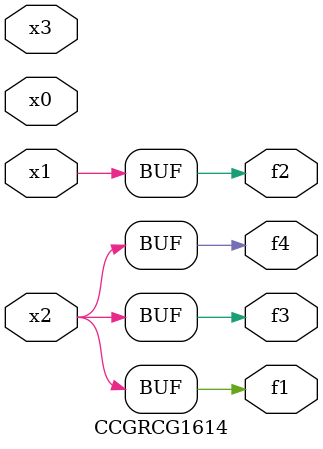
<source format=v>
module CCGRCG1614(
	input x0, x1, x2, x3,
	output f1, f2, f3, f4
);
	assign f1 = x2;
	assign f2 = x1;
	assign f3 = x2;
	assign f4 = x2;
endmodule

</source>
